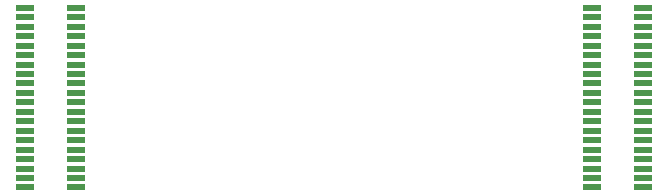
<source format=gbr>
G04*
G04 #@! TF.GenerationSoftware,Altium Limited,Altium Designer,24.0.1 (36)*
G04*
G04 Layer_Color=128*
%FSLAX25Y25*%
%MOIN*%
G70*
G04*
G04 #@! TF.SameCoordinates,BD3E70BB-0697-4B71-9AF7-6C14A59E7EE9*
G04*
G04*
G04 #@! TF.FilePolarity,Positive*
G04*
G01*
G75*
%ADD113R,0.05906X0.01968*%
D113*
X213228Y44882D02*
D03*
Y48031D02*
D03*
Y51181D02*
D03*
Y54331D02*
D03*
Y57480D02*
D03*
Y60630D02*
D03*
Y63779D02*
D03*
Y66929D02*
D03*
Y70079D02*
D03*
Y73228D02*
D03*
Y76378D02*
D03*
Y79528D02*
D03*
Y82677D02*
D03*
Y85827D02*
D03*
Y88976D02*
D03*
Y92126D02*
D03*
Y95276D02*
D03*
Y98425D02*
D03*
Y101575D02*
D03*
Y104724D02*
D03*
X196221Y44882D02*
D03*
Y48031D02*
D03*
Y51181D02*
D03*
Y54331D02*
D03*
Y57480D02*
D03*
Y60630D02*
D03*
Y63779D02*
D03*
Y66929D02*
D03*
Y70079D02*
D03*
Y73228D02*
D03*
Y76378D02*
D03*
Y79528D02*
D03*
Y82677D02*
D03*
Y85827D02*
D03*
Y88976D02*
D03*
Y92126D02*
D03*
Y95276D02*
D03*
Y98425D02*
D03*
Y101575D02*
D03*
Y104724D02*
D03*
X7244D02*
D03*
Y101575D02*
D03*
Y98425D02*
D03*
Y95276D02*
D03*
Y92126D02*
D03*
Y88976D02*
D03*
Y85827D02*
D03*
Y82677D02*
D03*
Y79528D02*
D03*
Y76378D02*
D03*
Y73228D02*
D03*
Y70079D02*
D03*
Y66929D02*
D03*
Y63779D02*
D03*
Y60630D02*
D03*
Y57480D02*
D03*
Y54331D02*
D03*
Y51181D02*
D03*
Y48031D02*
D03*
Y44882D02*
D03*
X24252Y104724D02*
D03*
Y101575D02*
D03*
Y98425D02*
D03*
Y95276D02*
D03*
Y92126D02*
D03*
Y88976D02*
D03*
Y85827D02*
D03*
Y82677D02*
D03*
Y79528D02*
D03*
Y76378D02*
D03*
Y73228D02*
D03*
Y70079D02*
D03*
Y66929D02*
D03*
Y63779D02*
D03*
Y60630D02*
D03*
Y57480D02*
D03*
Y54331D02*
D03*
Y51181D02*
D03*
Y48031D02*
D03*
Y44882D02*
D03*
M02*

</source>
